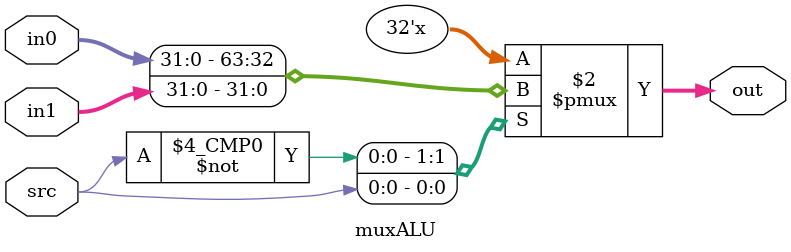
<source format=v>
module muxALU(
	input [31:0] in0, in1,
	input src,
	output reg [31:0] out);
	
	always @ (*)
	begin
		case (src)
			1'b0: out = in0;
			1'b1: out = in1;
			default: out = in0;
		endcase
	end
	
endmodule
</source>
